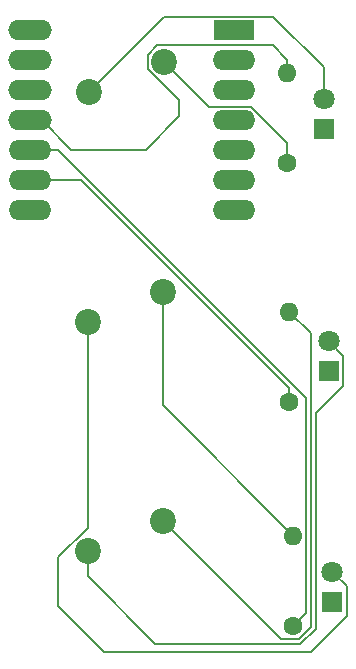
<source format=gbr>
%TF.GenerationSoftware,KiCad,Pcbnew,8.0.6*%
%TF.CreationDate,2024-10-23T22:35:26-04:00*%
%TF.ProjectId,Hackpad,4861636b-7061-4642-9e6b-696361645f70,rev?*%
%TF.SameCoordinates,Original*%
%TF.FileFunction,Copper,L2,Bot*%
%TF.FilePolarity,Positive*%
%FSLAX46Y46*%
G04 Gerber Fmt 4.6, Leading zero omitted, Abs format (unit mm)*
G04 Created by KiCad (PCBNEW 8.0.6) date 2024-10-23 22:35:26*
%MOMM*%
%LPD*%
G01*
G04 APERTURE LIST*
%TA.AperFunction,ComponentPad*%
%ADD10C,1.800000*%
%TD*%
%TA.AperFunction,ComponentPad*%
%ADD11R,1.800000X1.800000*%
%TD*%
%TA.AperFunction,ComponentPad*%
%ADD12C,2.200000*%
%TD*%
%TA.AperFunction,ComponentPad*%
%ADD13O,3.700000X1.700000*%
%TD*%
%TA.AperFunction,ComponentPad*%
%ADD14O,3.600000X1.700000*%
%TD*%
%TA.AperFunction,ComponentPad*%
%ADD15R,3.500000X1.700000*%
%TD*%
%TA.AperFunction,ComponentPad*%
%ADD16O,1.600000X1.600000*%
%TD*%
%TA.AperFunction,ComponentPad*%
%ADD17C,1.600000*%
%TD*%
%TA.AperFunction,Conductor*%
%ADD18C,0.200000*%
%TD*%
G04 APERTURE END LIST*
D10*
%TO.P,D5,2,A*%
%TO.N,Net-(D5-A)*%
X163575000Y-102330000D03*
D11*
%TO.P,D5,1,K*%
%TO.N,GND*%
X163575000Y-104870000D03*
%TD*%
%TO.P,D1,1,K*%
%TO.N,GND*%
X162825000Y-64870000D03*
D10*
%TO.P,D1,2,A*%
%TO.N,Net-(D1-A)*%
X162825000Y-62330000D03*
%TD*%
D11*
%TO.P,D4,1,K*%
%TO.N,GND*%
X163250000Y-85370000D03*
D10*
%TO.P,D4,2,A*%
%TO.N,Net-(D4-A)*%
X163250000Y-82830000D03*
%TD*%
D12*
%TO.P,SW3,1,1*%
%TO.N,Net-(R2-Pad2)*%
X149200000Y-98040000D03*
%TO.P,SW3,2,2*%
%TO.N,Net-(D4-A)*%
X142850000Y-100580000D03*
%TD*%
%TO.P,SW1,2,2*%
%TO.N,Net-(D1-A)*%
X142975000Y-61700000D03*
%TO.P,SW1,1,1*%
%TO.N,Net-(R1-Pad1)*%
X149325000Y-59160000D03*
%TD*%
D13*
%TO.P,U1,14,5V*%
%TO.N,unconnected-(U1-5V-Pad14)*%
X138000000Y-56500000D03*
%TO.P,U1,13,GND*%
%TO.N,GND*%
X138000000Y-59040000D03*
%TO.P,U1,12,3V3*%
%TO.N,unconnected-(U1-3V3-Pad12)*%
X138000000Y-61580000D03*
%TO.P,U1,11,PA6_A10_D10_MOSI*%
%TO.N,Net-(U1-PA6_A10_D10_MOSI)*%
X138000000Y-64120000D03*
D14*
%TO.P,U1,10,PA5_A9_D9_MISO*%
%TO.N,Net-(U1-PA5_A9_D9_MISO)*%
X138000000Y-66660000D03*
%TO.P,U1,9,PA7_A8_D8_SCK*%
%TO.N,Net-(U1-PA7_A8_D8_SCK)*%
X138000000Y-69200000D03*
%TO.P,U1,8,PB09_A7_D7_RX*%
%TO.N,unconnected-(U1-PB09_A7_D7_RX-Pad8)*%
X138000000Y-71740000D03*
%TO.P,U1,7,PB08_A6_D6_TX*%
%TO.N,unconnected-(U1-PB08_A6_D6_TX-Pad7)*%
X155250000Y-71740000D03*
%TO.P,U1,6,PA9_A5_D5_SCL*%
%TO.N,unconnected-(U1-PA9_A5_D5_SCL-Pad6)*%
X155250000Y-69200000D03*
%TO.P,U1,5,PA8_A4_D4_SDA*%
%TO.N,unconnected-(U1-PA8_A4_D4_SDA-Pad5)*%
X155250000Y-66660000D03*
%TO.P,U1,4,PA11_A3_D3*%
%TO.N,unconnected-(U1-PA11_A3_D3-Pad4)*%
X155250000Y-64120000D03*
%TO.P,U1,3,PA10_A2_D2*%
%TO.N,unconnected-(U1-PA10_A2_D2-Pad3)*%
X155250000Y-61580000D03*
%TO.P,U1,2,PA4_A1_D1*%
%TO.N,unconnected-(U1-PA4_A1_D1-Pad2)*%
X155250000Y-59040000D03*
D15*
%TO.P,U1,1,PA02_A0_D0*%
%TO.N,unconnected-(U1-PA02_A0_D0-Pad1)*%
X155250000Y-56500000D03*
%TD*%
D12*
%TO.P,SW2,1,1*%
%TO.N,Net-(R3-Pad2)*%
X149200000Y-78620000D03*
%TO.P,SW2,2,2*%
%TO.N,Net-(D5-A)*%
X142850000Y-81160000D03*
%TD*%
D16*
%TO.P,R3,2*%
%TO.N,Net-(R3-Pad2)*%
X160250000Y-99310000D03*
D17*
%TO.P,R3,1*%
%TO.N,Net-(U1-PA5_A9_D9_MISO)*%
X160250000Y-106930000D03*
%TD*%
%TO.P,R1,1*%
%TO.N,Net-(R1-Pad1)*%
X159750000Y-67740000D03*
D16*
%TO.P,R1,2*%
%TO.N,Net-(U1-PA6_A10_D10_MOSI)*%
X159750000Y-60120000D03*
%TD*%
%TO.P,R2,2*%
%TO.N,Net-(R2-Pad2)*%
X159925000Y-80310000D03*
D17*
%TO.P,R2,1*%
%TO.N,Net-(U1-PA7_A8_D8_SCK)*%
X159925000Y-87930000D03*
%TD*%
D18*
%TO.N,Net-(R1-Pad1)*%
X159750000Y-66043654D02*
X159750000Y-67740000D01*
X156676346Y-62970000D02*
X159750000Y-66043654D01*
X153135000Y-62970000D02*
X156676346Y-62970000D01*
X149325000Y-59160000D02*
X153135000Y-62970000D01*
%TO.N,Net-(D5-A)*%
X164775000Y-106070000D02*
X164775000Y-103530000D01*
X161725000Y-109120000D02*
X164775000Y-106070000D01*
X164775000Y-103530000D02*
X163575000Y-102330000D01*
X144250000Y-109120000D02*
X161725000Y-109120000D01*
X140380000Y-101070101D02*
X140380000Y-105250000D01*
X142850000Y-98600101D02*
X140380000Y-101070101D01*
X142850000Y-81160000D02*
X142850000Y-98600101D01*
X140380000Y-105250000D02*
X144250000Y-109120000D01*
%TO.N,Net-(R3-Pad2)*%
X149200000Y-78620000D02*
X149200000Y-88260000D01*
X149200000Y-88260000D02*
X160250000Y-99310000D01*
%TO.N,Net-(U1-PA5_A9_D9_MISO)*%
X161350000Y-87657944D02*
X161350000Y-105830000D01*
X161350000Y-105830000D02*
X160250000Y-106930000D01*
X140352056Y-66660000D02*
X161350000Y-87657944D01*
X139000000Y-66660000D02*
X140352056Y-66660000D01*
%TO.N,Net-(U1-PA7_A8_D8_SCK)*%
X142326370Y-69200000D02*
X159925000Y-86798630D01*
X159925000Y-86798630D02*
X159925000Y-87930000D01*
X139000000Y-69200000D02*
X142326370Y-69200000D01*
%TO.N,Net-(D4-A)*%
X148560000Y-108430000D02*
X142850000Y-102720000D01*
X160871321Y-108430000D02*
X148560000Y-108430000D01*
X162150000Y-107151321D02*
X160871321Y-108430000D01*
X162150000Y-88870000D02*
X162150000Y-107151321D01*
X142850000Y-102720000D02*
X142850000Y-100580000D01*
X164450000Y-86570000D02*
X162150000Y-88870000D01*
X164450000Y-84030000D02*
X164450000Y-86570000D01*
X163250000Y-82830000D02*
X164450000Y-84030000D01*
%TO.N,Net-(R2-Pad2)*%
X160705635Y-108030000D02*
X159190000Y-108030000D01*
X161750000Y-106985635D02*
X160705635Y-108030000D01*
X161750000Y-82135000D02*
X161750000Y-106985635D01*
X159925000Y-80310000D02*
X161750000Y-82135000D01*
X159190000Y-108030000D02*
X149200000Y-98040000D01*
%TO.N,Net-(D5-A)*%
X163084315Y-102752057D02*
X163415685Y-102752057D01*
%TO.N,Net-(D1-A)*%
X162825000Y-59625000D02*
X162825000Y-62330000D01*
X158550000Y-55350000D02*
X162825000Y-59625000D01*
X149325000Y-55350000D02*
X158550000Y-55350000D01*
X142975000Y-61700000D02*
X149325000Y-55350000D01*
%TO.N,Net-(U1-PA6_A10_D10_MOSI)*%
X148745101Y-57760000D02*
X158521370Y-57760000D01*
X147925000Y-58580101D02*
X148745101Y-57760000D01*
X158521370Y-57760000D02*
X159750000Y-58988630D01*
X150559645Y-62374544D02*
X147925000Y-59739899D01*
X147758402Y-66590000D02*
X150559645Y-63788757D01*
X159750000Y-58988630D02*
X159750000Y-60120000D01*
X147925000Y-59739899D02*
X147925000Y-58580101D01*
X150559645Y-63788757D02*
X150559645Y-62374544D01*
X141470000Y-66590000D02*
X147758402Y-66590000D01*
X139000000Y-64120000D02*
X141470000Y-66590000D01*
%TO.N,GND*%
X139000000Y-59040000D02*
X137913654Y-59040000D01*
%TD*%
M02*

</source>
